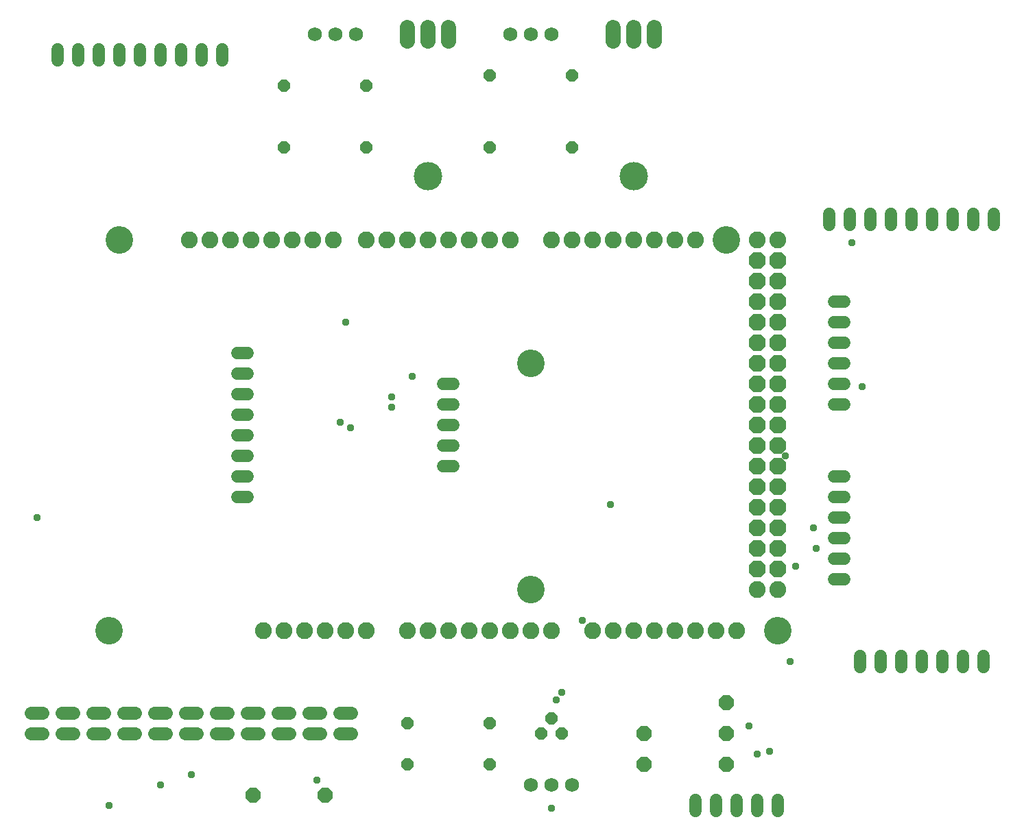
<source format=gbs>
G75*
%MOIN*%
%OFA0B0*%
%FSLAX25Y25*%
%IPPOS*%
%LPD*%
%AMOC8*
5,1,8,0,0,1.08239X$1,22.5*
%
%ADD10C,0.08200*%
%ADD11OC8,0.08200*%
%ADD12C,0.13398*%
%ADD13C,0.06000*%
%ADD14OC8,0.07100*%
%ADD15C,0.06800*%
%ADD16C,0.06400*%
%ADD17OC8,0.06000*%
%ADD18C,0.07400*%
%ADD19C,0.13800*%
%ADD20C,0.03778*%
D10*
X0156250Y0096500D03*
X0166250Y0096500D03*
X0176250Y0096500D03*
X0186250Y0096500D03*
X0196250Y0096500D03*
X0206250Y0096500D03*
X0226250Y0096500D03*
X0236250Y0096500D03*
X0246250Y0096500D03*
X0256250Y0096500D03*
X0266250Y0096500D03*
X0276250Y0096500D03*
X0286250Y0096500D03*
X0296250Y0096500D03*
X0316250Y0096500D03*
X0326250Y0096500D03*
X0336250Y0096500D03*
X0346250Y0096500D03*
X0356250Y0096500D03*
X0366250Y0096500D03*
X0376250Y0096500D03*
X0386250Y0096500D03*
X0396250Y0116500D03*
X0406250Y0116500D03*
X0406250Y0286500D03*
X0396250Y0286500D03*
X0366250Y0286500D03*
X0356250Y0286500D03*
X0346250Y0286500D03*
X0336250Y0286500D03*
X0326250Y0286500D03*
X0316250Y0286500D03*
X0306250Y0286500D03*
X0296250Y0286500D03*
X0276250Y0286500D03*
X0266250Y0286500D03*
X0256250Y0286500D03*
X0246250Y0286500D03*
X0236250Y0286500D03*
X0226250Y0286500D03*
X0216250Y0286500D03*
X0206250Y0286500D03*
X0190250Y0286500D03*
X0180250Y0286500D03*
X0170250Y0286500D03*
X0160250Y0286500D03*
X0150250Y0286500D03*
X0140250Y0286500D03*
X0130250Y0286500D03*
X0120250Y0286500D03*
D11*
X0396250Y0276500D03*
X0406250Y0276500D03*
X0406250Y0266500D03*
X0396250Y0266500D03*
X0396250Y0256500D03*
X0406250Y0256500D03*
X0406250Y0246500D03*
X0396250Y0246500D03*
X0396250Y0236500D03*
X0406250Y0236500D03*
X0406250Y0226500D03*
X0396250Y0226500D03*
X0396250Y0216500D03*
X0406250Y0216500D03*
X0406250Y0206500D03*
X0396250Y0206500D03*
X0396250Y0196500D03*
X0406250Y0196500D03*
X0406250Y0186500D03*
X0396250Y0186500D03*
X0396250Y0176500D03*
X0406250Y0176500D03*
X0406250Y0166500D03*
X0396250Y0166500D03*
X0396250Y0156500D03*
X0406250Y0156500D03*
X0406250Y0146500D03*
X0396250Y0146500D03*
X0396250Y0136500D03*
X0406250Y0136500D03*
X0406250Y0126500D03*
X0396250Y0126500D03*
D12*
X0406250Y0096500D03*
X0286250Y0116500D03*
X0286250Y0226500D03*
X0381250Y0286500D03*
X0086250Y0286500D03*
X0081250Y0096500D03*
D13*
X0143650Y0161500D02*
X0148850Y0161500D01*
X0148850Y0171500D02*
X0143650Y0171500D01*
X0143650Y0181500D02*
X0148850Y0181500D01*
X0148850Y0191500D02*
X0143650Y0191500D01*
X0143650Y0201500D02*
X0148850Y0201500D01*
X0148850Y0211500D02*
X0143650Y0211500D01*
X0143650Y0221500D02*
X0148850Y0221500D01*
X0148850Y0231500D02*
X0143650Y0231500D01*
X0243650Y0216500D02*
X0248850Y0216500D01*
X0248850Y0206500D02*
X0243650Y0206500D01*
X0243650Y0196500D02*
X0248850Y0196500D01*
X0248850Y0186500D02*
X0243650Y0186500D01*
X0243650Y0176500D02*
X0248850Y0176500D01*
X0431250Y0293900D02*
X0431250Y0299100D01*
X0441250Y0299100D02*
X0441250Y0293900D01*
X0451250Y0293900D02*
X0451250Y0299100D01*
X0461250Y0299100D02*
X0461250Y0293900D01*
X0471250Y0293900D02*
X0471250Y0299100D01*
X0481250Y0299100D02*
X0481250Y0293900D01*
X0491250Y0293900D02*
X0491250Y0299100D01*
X0501250Y0299100D02*
X0501250Y0293900D01*
X0511250Y0293900D02*
X0511250Y0299100D01*
X0438850Y0256500D02*
X0433650Y0256500D01*
X0433650Y0246500D02*
X0438850Y0246500D01*
X0438850Y0236500D02*
X0433650Y0236500D01*
X0433650Y0226500D02*
X0438850Y0226500D01*
X0438850Y0216500D02*
X0433650Y0216500D01*
X0433650Y0206500D02*
X0438850Y0206500D01*
X0438850Y0171500D02*
X0433650Y0171500D01*
X0433650Y0161500D02*
X0438850Y0161500D01*
X0438850Y0151500D02*
X0433650Y0151500D01*
X0433650Y0141500D02*
X0438850Y0141500D01*
X0438850Y0131500D02*
X0433650Y0131500D01*
X0433650Y0121500D02*
X0438850Y0121500D01*
X0446250Y0084100D02*
X0446250Y0078900D01*
X0456250Y0078900D02*
X0456250Y0084100D01*
X0466250Y0084100D02*
X0466250Y0078900D01*
X0476250Y0078900D02*
X0476250Y0084100D01*
X0486250Y0084100D02*
X0486250Y0078900D01*
X0496250Y0078900D02*
X0496250Y0084100D01*
X0506250Y0084100D02*
X0506250Y0078900D01*
X0406250Y0014100D02*
X0406250Y0008900D01*
X0396250Y0008900D02*
X0396250Y0014100D01*
X0386250Y0014100D02*
X0386250Y0008900D01*
X0376250Y0008900D02*
X0376250Y0014100D01*
X0366250Y0014100D02*
X0366250Y0008900D01*
X0136250Y0373900D02*
X0136250Y0379100D01*
X0126250Y0379100D02*
X0126250Y0373900D01*
X0116250Y0373900D02*
X0116250Y0379100D01*
X0106250Y0379100D02*
X0106250Y0373900D01*
X0096250Y0373900D02*
X0096250Y0379100D01*
X0086250Y0379100D02*
X0086250Y0373900D01*
X0076250Y0373900D02*
X0076250Y0379100D01*
X0066250Y0379100D02*
X0066250Y0373900D01*
X0056250Y0373900D02*
X0056250Y0379100D01*
D14*
X0381250Y0061500D03*
X0381250Y0046500D03*
X0381250Y0031500D03*
X0341250Y0031500D03*
X0341250Y0046500D03*
X0186250Y0016500D03*
X0151250Y0016500D03*
D15*
X0286250Y0021500D03*
X0296250Y0021500D03*
X0306250Y0021500D03*
X0296250Y0386500D03*
X0286250Y0386500D03*
X0276250Y0386500D03*
X0201250Y0386500D03*
X0191250Y0386500D03*
X0181250Y0386500D03*
D16*
X0049050Y0046500D02*
X0043450Y0046500D01*
X0043450Y0056500D02*
X0049050Y0056500D01*
X0058450Y0056500D02*
X0064050Y0056500D01*
X0073450Y0056500D02*
X0079050Y0056500D01*
X0088450Y0056500D02*
X0094050Y0056500D01*
X0103450Y0056500D02*
X0109050Y0056500D01*
X0118450Y0056500D02*
X0124050Y0056500D01*
X0133450Y0056500D02*
X0139050Y0056500D01*
X0148450Y0056500D02*
X0154050Y0056500D01*
X0163450Y0056500D02*
X0169050Y0056500D01*
X0178450Y0056500D02*
X0184050Y0056500D01*
X0193450Y0056500D02*
X0199050Y0056500D01*
X0199050Y0046500D02*
X0193450Y0046500D01*
X0184050Y0046500D02*
X0178450Y0046500D01*
X0169050Y0046500D02*
X0163450Y0046500D01*
X0154050Y0046500D02*
X0148450Y0046500D01*
X0139050Y0046500D02*
X0133450Y0046500D01*
X0124050Y0046500D02*
X0118450Y0046500D01*
X0109050Y0046500D02*
X0103450Y0046500D01*
X0094050Y0046500D02*
X0088450Y0046500D01*
X0079050Y0046500D02*
X0073450Y0046500D01*
X0064050Y0046500D02*
X0058450Y0046500D01*
D17*
X0226250Y0051500D03*
X0226250Y0031500D03*
X0266250Y0031500D03*
X0266250Y0051500D03*
X0291250Y0046500D03*
X0296250Y0054000D03*
X0301250Y0046500D03*
X0306250Y0331500D03*
X0306250Y0366500D03*
X0266250Y0366500D03*
X0266250Y0331500D03*
X0206250Y0331500D03*
X0206250Y0361500D03*
X0166250Y0361500D03*
X0166250Y0331500D03*
D18*
X0226250Y0383200D02*
X0226250Y0389800D01*
X0236250Y0389800D02*
X0236250Y0383200D01*
X0246250Y0383200D02*
X0246250Y0389800D01*
X0326250Y0389800D02*
X0326250Y0383200D01*
X0336250Y0383200D02*
X0336250Y0389800D01*
X0346250Y0389800D02*
X0346250Y0383200D01*
D19*
X0336250Y0317500D03*
X0236250Y0317500D03*
D20*
X0196250Y0246500D03*
X0228750Y0220250D03*
X0218750Y0210250D03*
X0218750Y0205250D03*
X0198750Y0195250D03*
X0193750Y0197750D03*
X0311250Y0101500D03*
X0301250Y0066500D03*
X0298750Y0062750D03*
X0296250Y0010250D03*
X0392500Y0050250D03*
X0402500Y0037750D03*
X0396250Y0036500D03*
X0412500Y0081500D03*
X0415000Y0127750D03*
X0425000Y0136500D03*
X0423750Y0146500D03*
X0410000Y0181500D03*
X0447500Y0215250D03*
X0442500Y0285250D03*
X0325000Y0157750D03*
X0182500Y0024000D03*
X0121250Y0026500D03*
X0106250Y0021500D03*
X0081250Y0011500D03*
X0046250Y0151500D03*
M02*

</source>
